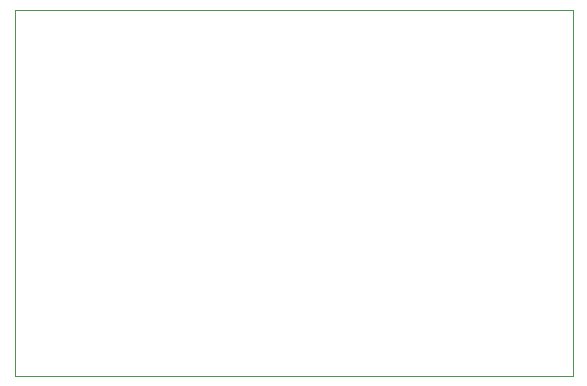
<source format=gm1>
%TF.GenerationSoftware,KiCad,Pcbnew,(6.0.0)*%
%TF.CreationDate,2023-04-27T21:52:48-07:00*%
%TF.ProjectId,dumpster_fire_shelf_led_controller,64756d70-7374-4657-925f-666972655f73,rev?*%
%TF.SameCoordinates,Original*%
%TF.FileFunction,Profile,NP*%
%FSLAX46Y46*%
G04 Gerber Fmt 4.6, Leading zero omitted, Abs format (unit mm)*
G04 Created by KiCad (PCBNEW (6.0.0)) date 2023-04-27 21:52:48*
%MOMM*%
%LPD*%
G01*
G04 APERTURE LIST*
%TA.AperFunction,Profile*%
%ADD10C,0.100000*%
%TD*%
G04 APERTURE END LIST*
D10*
X220750000Y-104250000D02*
X173500000Y-104250000D01*
X173500000Y-104250000D02*
X173500000Y-73250000D01*
X173500000Y-73250000D02*
X220750000Y-73250000D01*
X220750000Y-73250000D02*
X220750000Y-104250000D01*
M02*

</source>
